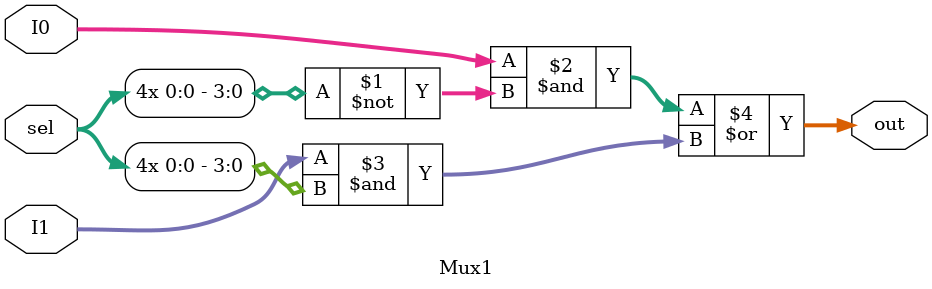
<source format=sv>
`timescale 1ns / 1ps


module Mux1(
    input [3:0] I0,
    input [3:0] I1,
    output [3:0] out,
    input sel
    );
    
    assign out = (I0 & ~{sel,sel,sel,sel}) | (I1 & {sel,sel,sel,sel});
endmodule

</source>
